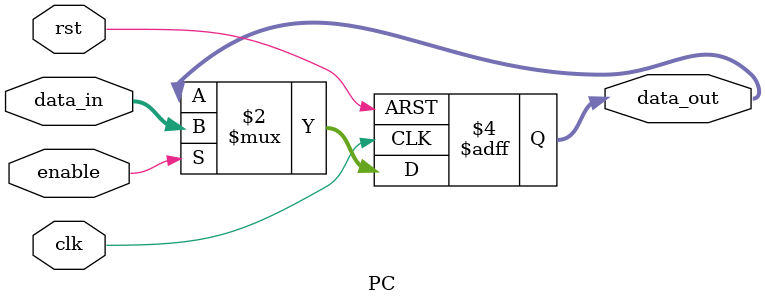
<source format=v>
module PC (
    input clk,
    input rst,
    input [31:0] data_in,
    input enable,
    output reg [31:0] data_out
);

    always @(posedge clk or posedge rst) begin
        if (rst)
            data_out <= 32'b0;
        else if(enable)
            data_out <= data_in;
    end

endmodule
</source>
